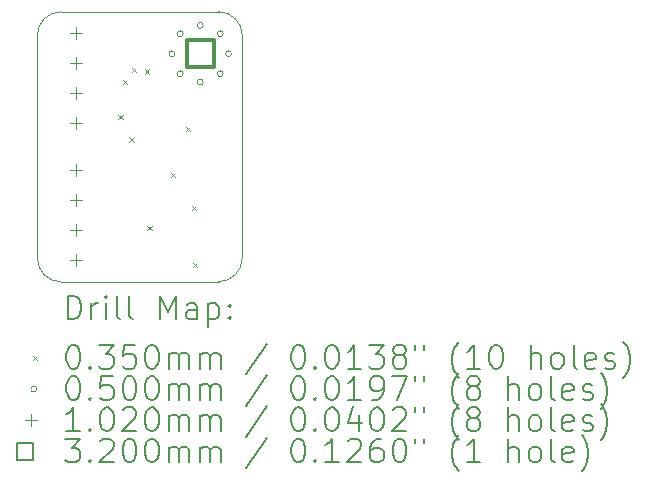
<source format=gbr>
%TF.GenerationSoftware,KiCad,Pcbnew,8.0.7-1.fc41*%
%TF.CreationDate,2025-02-15T00:45:29+02:00*%
%TF.ProjectId,fan_pwm_to_rotor_lock,66616e5f-7077-46d5-9f74-6f5f726f746f,rev?*%
%TF.SameCoordinates,Original*%
%TF.FileFunction,Drillmap*%
%TF.FilePolarity,Positive*%
%FSLAX45Y45*%
G04 Gerber Fmt 4.5, Leading zero omitted, Abs format (unit mm)*
G04 Created by KiCad (PCBNEW 8.0.7-1.fc41) date 2025-02-15 00:45:29*
%MOMM*%
%LPD*%
G01*
G04 APERTURE LIST*
%ADD10C,0.100000*%
%ADD11C,0.200000*%
%ADD12C,0.102000*%
%ADD13C,0.320000*%
G04 APERTURE END LIST*
D10*
X2827020Y-1769720D02*
G75*
G02*
X3027020Y-1569720I200000J0D01*
G01*
X3027020Y-3855720D02*
G75*
G02*
X2827020Y-3655720I0J200000D01*
G01*
X4361840Y-1569720D02*
G75*
G02*
X4561840Y-1769720I0J-200000D01*
G01*
X4561840Y-3655720D02*
G75*
G02*
X4361840Y-3855720I-200000J0D01*
G01*
X3027020Y-1569720D02*
X4361840Y-1569720D01*
X2827020Y-3655720D02*
X2827020Y-1769720D01*
X4361840Y-3855720D02*
X3027020Y-3855720D01*
X4561840Y-1769720D02*
X4561840Y-3655720D01*
D11*
D10*
X3513100Y-2441220D02*
X3548100Y-2476220D01*
X3548100Y-2441220D02*
X3513100Y-2476220D01*
X3553740Y-2144040D02*
X3588740Y-2179040D01*
X3588740Y-2144040D02*
X3553740Y-2179040D01*
X3606770Y-2634260D02*
X3641770Y-2669260D01*
X3641770Y-2634260D02*
X3606770Y-2669260D01*
X3624860Y-2047520D02*
X3659860Y-2082520D01*
X3659860Y-2047520D02*
X3624860Y-2082520D01*
X3739160Y-2057680D02*
X3774160Y-2092680D01*
X3774160Y-2057680D02*
X3739160Y-2092680D01*
X3759480Y-3383560D02*
X3794480Y-3418560D01*
X3794480Y-3383560D02*
X3759480Y-3418560D01*
X3957600Y-2933980D02*
X3992600Y-2968980D01*
X3992600Y-2933980D02*
X3957600Y-2968980D01*
X4082060Y-2545360D02*
X4117060Y-2580360D01*
X4117060Y-2545360D02*
X4082060Y-2580360D01*
X4133757Y-3213698D02*
X4168757Y-3248698D01*
X4168757Y-3213698D02*
X4133757Y-3248698D01*
X4143020Y-3698520D02*
X4178020Y-3733520D01*
X4178020Y-3698520D02*
X4143020Y-3733520D01*
X3991240Y-1925320D02*
G75*
G02*
X3941240Y-1925320I-25000J0D01*
G01*
X3941240Y-1925320D02*
G75*
G02*
X3991240Y-1925320I25000J0D01*
G01*
X4061534Y-1755614D02*
G75*
G02*
X4011534Y-1755614I-25000J0D01*
G01*
X4011534Y-1755614D02*
G75*
G02*
X4061534Y-1755614I25000J0D01*
G01*
X4061534Y-2095026D02*
G75*
G02*
X4011534Y-2095026I-25000J0D01*
G01*
X4011534Y-2095026D02*
G75*
G02*
X4061534Y-2095026I25000J0D01*
G01*
X4231240Y-1685320D02*
G75*
G02*
X4181240Y-1685320I-25000J0D01*
G01*
X4181240Y-1685320D02*
G75*
G02*
X4231240Y-1685320I25000J0D01*
G01*
X4231240Y-2165320D02*
G75*
G02*
X4181240Y-2165320I-25000J0D01*
G01*
X4181240Y-2165320D02*
G75*
G02*
X4231240Y-2165320I25000J0D01*
G01*
X4400946Y-1755614D02*
G75*
G02*
X4350946Y-1755614I-25000J0D01*
G01*
X4350946Y-1755614D02*
G75*
G02*
X4400946Y-1755614I25000J0D01*
G01*
X4400946Y-2095026D02*
G75*
G02*
X4350946Y-2095026I-25000J0D01*
G01*
X4350946Y-2095026D02*
G75*
G02*
X4400946Y-2095026I25000J0D01*
G01*
X4471240Y-1925320D02*
G75*
G02*
X4421240Y-1925320I-25000J0D01*
G01*
X4421240Y-1925320D02*
G75*
G02*
X4471240Y-1925320I25000J0D01*
G01*
D12*
X3152140Y-1701600D02*
X3152140Y-1803600D01*
X3101140Y-1752600D02*
X3203140Y-1752600D01*
X3152140Y-1955600D02*
X3152140Y-2057600D01*
X3101140Y-2006600D02*
X3203140Y-2006600D01*
X3152140Y-2209600D02*
X3152140Y-2311600D01*
X3101140Y-2260600D02*
X3203140Y-2260600D01*
X3152140Y-2463600D02*
X3152140Y-2565600D01*
X3101140Y-2514600D02*
X3203140Y-2514600D01*
X3152140Y-2859840D02*
X3152140Y-2961840D01*
X3101140Y-2910840D02*
X3203140Y-2910840D01*
X3152140Y-3113840D02*
X3152140Y-3215840D01*
X3101140Y-3164840D02*
X3203140Y-3164840D01*
X3152140Y-3367840D02*
X3152140Y-3469840D01*
X3101140Y-3418840D02*
X3203140Y-3418840D01*
X3152140Y-3621840D02*
X3152140Y-3723840D01*
X3101140Y-3672840D02*
X3203140Y-3672840D01*
D13*
X4319378Y-2038458D02*
X4319378Y-1812182D01*
X4093102Y-1812182D01*
X4093102Y-2038458D01*
X4319378Y-2038458D01*
D11*
X3082797Y-4172204D02*
X3082797Y-3972204D01*
X3082797Y-3972204D02*
X3130416Y-3972204D01*
X3130416Y-3972204D02*
X3158987Y-3981728D01*
X3158987Y-3981728D02*
X3178035Y-4000775D01*
X3178035Y-4000775D02*
X3187559Y-4019823D01*
X3187559Y-4019823D02*
X3197082Y-4057918D01*
X3197082Y-4057918D02*
X3197082Y-4086489D01*
X3197082Y-4086489D02*
X3187559Y-4124585D01*
X3187559Y-4124585D02*
X3178035Y-4143632D01*
X3178035Y-4143632D02*
X3158987Y-4162680D01*
X3158987Y-4162680D02*
X3130416Y-4172204D01*
X3130416Y-4172204D02*
X3082797Y-4172204D01*
X3282797Y-4172204D02*
X3282797Y-4038870D01*
X3282797Y-4076966D02*
X3292321Y-4057918D01*
X3292321Y-4057918D02*
X3301844Y-4048394D01*
X3301844Y-4048394D02*
X3320892Y-4038870D01*
X3320892Y-4038870D02*
X3339940Y-4038870D01*
X3406606Y-4172204D02*
X3406606Y-4038870D01*
X3406606Y-3972204D02*
X3397082Y-3981728D01*
X3397082Y-3981728D02*
X3406606Y-3991251D01*
X3406606Y-3991251D02*
X3416130Y-3981728D01*
X3416130Y-3981728D02*
X3406606Y-3972204D01*
X3406606Y-3972204D02*
X3406606Y-3991251D01*
X3530416Y-4172204D02*
X3511368Y-4162680D01*
X3511368Y-4162680D02*
X3501844Y-4143632D01*
X3501844Y-4143632D02*
X3501844Y-3972204D01*
X3635178Y-4172204D02*
X3616130Y-4162680D01*
X3616130Y-4162680D02*
X3606606Y-4143632D01*
X3606606Y-4143632D02*
X3606606Y-3972204D01*
X3863749Y-4172204D02*
X3863749Y-3972204D01*
X3863749Y-3972204D02*
X3930416Y-4115061D01*
X3930416Y-4115061D02*
X3997082Y-3972204D01*
X3997082Y-3972204D02*
X3997082Y-4172204D01*
X4178035Y-4172204D02*
X4178035Y-4067442D01*
X4178035Y-4067442D02*
X4168511Y-4048394D01*
X4168511Y-4048394D02*
X4149463Y-4038870D01*
X4149463Y-4038870D02*
X4111368Y-4038870D01*
X4111368Y-4038870D02*
X4092321Y-4048394D01*
X4178035Y-4162680D02*
X4158987Y-4172204D01*
X4158987Y-4172204D02*
X4111368Y-4172204D01*
X4111368Y-4172204D02*
X4092321Y-4162680D01*
X4092321Y-4162680D02*
X4082797Y-4143632D01*
X4082797Y-4143632D02*
X4082797Y-4124585D01*
X4082797Y-4124585D02*
X4092321Y-4105537D01*
X4092321Y-4105537D02*
X4111368Y-4096013D01*
X4111368Y-4096013D02*
X4158987Y-4096013D01*
X4158987Y-4096013D02*
X4178035Y-4086489D01*
X4273273Y-4038870D02*
X4273273Y-4238870D01*
X4273273Y-4048394D02*
X4292321Y-4038870D01*
X4292321Y-4038870D02*
X4330416Y-4038870D01*
X4330416Y-4038870D02*
X4349464Y-4048394D01*
X4349464Y-4048394D02*
X4358987Y-4057918D01*
X4358987Y-4057918D02*
X4368511Y-4076966D01*
X4368511Y-4076966D02*
X4368511Y-4134108D01*
X4368511Y-4134108D02*
X4358987Y-4153156D01*
X4358987Y-4153156D02*
X4349464Y-4162680D01*
X4349464Y-4162680D02*
X4330416Y-4172204D01*
X4330416Y-4172204D02*
X4292321Y-4172204D01*
X4292321Y-4172204D02*
X4273273Y-4162680D01*
X4454225Y-4153156D02*
X4463749Y-4162680D01*
X4463749Y-4162680D02*
X4454225Y-4172204D01*
X4454225Y-4172204D02*
X4444702Y-4162680D01*
X4444702Y-4162680D02*
X4454225Y-4153156D01*
X4454225Y-4153156D02*
X4454225Y-4172204D01*
X4454225Y-4048394D02*
X4463749Y-4057918D01*
X4463749Y-4057918D02*
X4454225Y-4067442D01*
X4454225Y-4067442D02*
X4444702Y-4057918D01*
X4444702Y-4057918D02*
X4454225Y-4048394D01*
X4454225Y-4048394D02*
X4454225Y-4067442D01*
D10*
X2787020Y-4483220D02*
X2822020Y-4518220D01*
X2822020Y-4483220D02*
X2787020Y-4518220D01*
D11*
X3120892Y-4392204D02*
X3139940Y-4392204D01*
X3139940Y-4392204D02*
X3158987Y-4401728D01*
X3158987Y-4401728D02*
X3168511Y-4411251D01*
X3168511Y-4411251D02*
X3178035Y-4430299D01*
X3178035Y-4430299D02*
X3187559Y-4468394D01*
X3187559Y-4468394D02*
X3187559Y-4516013D01*
X3187559Y-4516013D02*
X3178035Y-4554109D01*
X3178035Y-4554109D02*
X3168511Y-4573156D01*
X3168511Y-4573156D02*
X3158987Y-4582680D01*
X3158987Y-4582680D02*
X3139940Y-4592204D01*
X3139940Y-4592204D02*
X3120892Y-4592204D01*
X3120892Y-4592204D02*
X3101844Y-4582680D01*
X3101844Y-4582680D02*
X3092321Y-4573156D01*
X3092321Y-4573156D02*
X3082797Y-4554109D01*
X3082797Y-4554109D02*
X3073273Y-4516013D01*
X3073273Y-4516013D02*
X3073273Y-4468394D01*
X3073273Y-4468394D02*
X3082797Y-4430299D01*
X3082797Y-4430299D02*
X3092321Y-4411251D01*
X3092321Y-4411251D02*
X3101844Y-4401728D01*
X3101844Y-4401728D02*
X3120892Y-4392204D01*
X3273273Y-4573156D02*
X3282797Y-4582680D01*
X3282797Y-4582680D02*
X3273273Y-4592204D01*
X3273273Y-4592204D02*
X3263749Y-4582680D01*
X3263749Y-4582680D02*
X3273273Y-4573156D01*
X3273273Y-4573156D02*
X3273273Y-4592204D01*
X3349463Y-4392204D02*
X3473273Y-4392204D01*
X3473273Y-4392204D02*
X3406606Y-4468394D01*
X3406606Y-4468394D02*
X3435178Y-4468394D01*
X3435178Y-4468394D02*
X3454225Y-4477918D01*
X3454225Y-4477918D02*
X3463749Y-4487442D01*
X3463749Y-4487442D02*
X3473273Y-4506490D01*
X3473273Y-4506490D02*
X3473273Y-4554109D01*
X3473273Y-4554109D02*
X3463749Y-4573156D01*
X3463749Y-4573156D02*
X3454225Y-4582680D01*
X3454225Y-4582680D02*
X3435178Y-4592204D01*
X3435178Y-4592204D02*
X3378035Y-4592204D01*
X3378035Y-4592204D02*
X3358987Y-4582680D01*
X3358987Y-4582680D02*
X3349463Y-4573156D01*
X3654225Y-4392204D02*
X3558987Y-4392204D01*
X3558987Y-4392204D02*
X3549463Y-4487442D01*
X3549463Y-4487442D02*
X3558987Y-4477918D01*
X3558987Y-4477918D02*
X3578035Y-4468394D01*
X3578035Y-4468394D02*
X3625654Y-4468394D01*
X3625654Y-4468394D02*
X3644702Y-4477918D01*
X3644702Y-4477918D02*
X3654225Y-4487442D01*
X3654225Y-4487442D02*
X3663749Y-4506490D01*
X3663749Y-4506490D02*
X3663749Y-4554109D01*
X3663749Y-4554109D02*
X3654225Y-4573156D01*
X3654225Y-4573156D02*
X3644702Y-4582680D01*
X3644702Y-4582680D02*
X3625654Y-4592204D01*
X3625654Y-4592204D02*
X3578035Y-4592204D01*
X3578035Y-4592204D02*
X3558987Y-4582680D01*
X3558987Y-4582680D02*
X3549463Y-4573156D01*
X3787559Y-4392204D02*
X3806606Y-4392204D01*
X3806606Y-4392204D02*
X3825654Y-4401728D01*
X3825654Y-4401728D02*
X3835178Y-4411251D01*
X3835178Y-4411251D02*
X3844702Y-4430299D01*
X3844702Y-4430299D02*
X3854225Y-4468394D01*
X3854225Y-4468394D02*
X3854225Y-4516013D01*
X3854225Y-4516013D02*
X3844702Y-4554109D01*
X3844702Y-4554109D02*
X3835178Y-4573156D01*
X3835178Y-4573156D02*
X3825654Y-4582680D01*
X3825654Y-4582680D02*
X3806606Y-4592204D01*
X3806606Y-4592204D02*
X3787559Y-4592204D01*
X3787559Y-4592204D02*
X3768511Y-4582680D01*
X3768511Y-4582680D02*
X3758987Y-4573156D01*
X3758987Y-4573156D02*
X3749463Y-4554109D01*
X3749463Y-4554109D02*
X3739940Y-4516013D01*
X3739940Y-4516013D02*
X3739940Y-4468394D01*
X3739940Y-4468394D02*
X3749463Y-4430299D01*
X3749463Y-4430299D02*
X3758987Y-4411251D01*
X3758987Y-4411251D02*
X3768511Y-4401728D01*
X3768511Y-4401728D02*
X3787559Y-4392204D01*
X3939940Y-4592204D02*
X3939940Y-4458870D01*
X3939940Y-4477918D02*
X3949463Y-4468394D01*
X3949463Y-4468394D02*
X3968511Y-4458870D01*
X3968511Y-4458870D02*
X3997083Y-4458870D01*
X3997083Y-4458870D02*
X4016130Y-4468394D01*
X4016130Y-4468394D02*
X4025654Y-4487442D01*
X4025654Y-4487442D02*
X4025654Y-4592204D01*
X4025654Y-4487442D02*
X4035178Y-4468394D01*
X4035178Y-4468394D02*
X4054225Y-4458870D01*
X4054225Y-4458870D02*
X4082797Y-4458870D01*
X4082797Y-4458870D02*
X4101844Y-4468394D01*
X4101844Y-4468394D02*
X4111368Y-4487442D01*
X4111368Y-4487442D02*
X4111368Y-4592204D01*
X4206606Y-4592204D02*
X4206606Y-4458870D01*
X4206606Y-4477918D02*
X4216130Y-4468394D01*
X4216130Y-4468394D02*
X4235178Y-4458870D01*
X4235178Y-4458870D02*
X4263749Y-4458870D01*
X4263749Y-4458870D02*
X4282797Y-4468394D01*
X4282797Y-4468394D02*
X4292321Y-4487442D01*
X4292321Y-4487442D02*
X4292321Y-4592204D01*
X4292321Y-4487442D02*
X4301845Y-4468394D01*
X4301845Y-4468394D02*
X4320892Y-4458870D01*
X4320892Y-4458870D02*
X4349464Y-4458870D01*
X4349464Y-4458870D02*
X4368511Y-4468394D01*
X4368511Y-4468394D02*
X4378035Y-4487442D01*
X4378035Y-4487442D02*
X4378035Y-4592204D01*
X4768511Y-4382680D02*
X4597083Y-4639823D01*
X5025654Y-4392204D02*
X5044702Y-4392204D01*
X5044702Y-4392204D02*
X5063749Y-4401728D01*
X5063749Y-4401728D02*
X5073273Y-4411251D01*
X5073273Y-4411251D02*
X5082797Y-4430299D01*
X5082797Y-4430299D02*
X5092321Y-4468394D01*
X5092321Y-4468394D02*
X5092321Y-4516013D01*
X5092321Y-4516013D02*
X5082797Y-4554109D01*
X5082797Y-4554109D02*
X5073273Y-4573156D01*
X5073273Y-4573156D02*
X5063749Y-4582680D01*
X5063749Y-4582680D02*
X5044702Y-4592204D01*
X5044702Y-4592204D02*
X5025654Y-4592204D01*
X5025654Y-4592204D02*
X5006607Y-4582680D01*
X5006607Y-4582680D02*
X4997083Y-4573156D01*
X4997083Y-4573156D02*
X4987559Y-4554109D01*
X4987559Y-4554109D02*
X4978035Y-4516013D01*
X4978035Y-4516013D02*
X4978035Y-4468394D01*
X4978035Y-4468394D02*
X4987559Y-4430299D01*
X4987559Y-4430299D02*
X4997083Y-4411251D01*
X4997083Y-4411251D02*
X5006607Y-4401728D01*
X5006607Y-4401728D02*
X5025654Y-4392204D01*
X5178035Y-4573156D02*
X5187559Y-4582680D01*
X5187559Y-4582680D02*
X5178035Y-4592204D01*
X5178035Y-4592204D02*
X5168511Y-4582680D01*
X5168511Y-4582680D02*
X5178035Y-4573156D01*
X5178035Y-4573156D02*
X5178035Y-4592204D01*
X5311368Y-4392204D02*
X5330416Y-4392204D01*
X5330416Y-4392204D02*
X5349464Y-4401728D01*
X5349464Y-4401728D02*
X5358988Y-4411251D01*
X5358988Y-4411251D02*
X5368511Y-4430299D01*
X5368511Y-4430299D02*
X5378035Y-4468394D01*
X5378035Y-4468394D02*
X5378035Y-4516013D01*
X5378035Y-4516013D02*
X5368511Y-4554109D01*
X5368511Y-4554109D02*
X5358988Y-4573156D01*
X5358988Y-4573156D02*
X5349464Y-4582680D01*
X5349464Y-4582680D02*
X5330416Y-4592204D01*
X5330416Y-4592204D02*
X5311368Y-4592204D01*
X5311368Y-4592204D02*
X5292321Y-4582680D01*
X5292321Y-4582680D02*
X5282797Y-4573156D01*
X5282797Y-4573156D02*
X5273273Y-4554109D01*
X5273273Y-4554109D02*
X5263749Y-4516013D01*
X5263749Y-4516013D02*
X5263749Y-4468394D01*
X5263749Y-4468394D02*
X5273273Y-4430299D01*
X5273273Y-4430299D02*
X5282797Y-4411251D01*
X5282797Y-4411251D02*
X5292321Y-4401728D01*
X5292321Y-4401728D02*
X5311368Y-4392204D01*
X5568511Y-4592204D02*
X5454226Y-4592204D01*
X5511368Y-4592204D02*
X5511368Y-4392204D01*
X5511368Y-4392204D02*
X5492321Y-4420775D01*
X5492321Y-4420775D02*
X5473273Y-4439823D01*
X5473273Y-4439823D02*
X5454226Y-4449347D01*
X5635178Y-4392204D02*
X5758987Y-4392204D01*
X5758987Y-4392204D02*
X5692321Y-4468394D01*
X5692321Y-4468394D02*
X5720892Y-4468394D01*
X5720892Y-4468394D02*
X5739940Y-4477918D01*
X5739940Y-4477918D02*
X5749464Y-4487442D01*
X5749464Y-4487442D02*
X5758987Y-4506490D01*
X5758987Y-4506490D02*
X5758987Y-4554109D01*
X5758987Y-4554109D02*
X5749464Y-4573156D01*
X5749464Y-4573156D02*
X5739940Y-4582680D01*
X5739940Y-4582680D02*
X5720892Y-4592204D01*
X5720892Y-4592204D02*
X5663749Y-4592204D01*
X5663749Y-4592204D02*
X5644702Y-4582680D01*
X5644702Y-4582680D02*
X5635178Y-4573156D01*
X5873273Y-4477918D02*
X5854226Y-4468394D01*
X5854226Y-4468394D02*
X5844702Y-4458870D01*
X5844702Y-4458870D02*
X5835178Y-4439823D01*
X5835178Y-4439823D02*
X5835178Y-4430299D01*
X5835178Y-4430299D02*
X5844702Y-4411251D01*
X5844702Y-4411251D02*
X5854226Y-4401728D01*
X5854226Y-4401728D02*
X5873273Y-4392204D01*
X5873273Y-4392204D02*
X5911368Y-4392204D01*
X5911368Y-4392204D02*
X5930416Y-4401728D01*
X5930416Y-4401728D02*
X5939940Y-4411251D01*
X5939940Y-4411251D02*
X5949464Y-4430299D01*
X5949464Y-4430299D02*
X5949464Y-4439823D01*
X5949464Y-4439823D02*
X5939940Y-4458870D01*
X5939940Y-4458870D02*
X5930416Y-4468394D01*
X5930416Y-4468394D02*
X5911368Y-4477918D01*
X5911368Y-4477918D02*
X5873273Y-4477918D01*
X5873273Y-4477918D02*
X5854226Y-4487442D01*
X5854226Y-4487442D02*
X5844702Y-4496966D01*
X5844702Y-4496966D02*
X5835178Y-4516013D01*
X5835178Y-4516013D02*
X5835178Y-4554109D01*
X5835178Y-4554109D02*
X5844702Y-4573156D01*
X5844702Y-4573156D02*
X5854226Y-4582680D01*
X5854226Y-4582680D02*
X5873273Y-4592204D01*
X5873273Y-4592204D02*
X5911368Y-4592204D01*
X5911368Y-4592204D02*
X5930416Y-4582680D01*
X5930416Y-4582680D02*
X5939940Y-4573156D01*
X5939940Y-4573156D02*
X5949464Y-4554109D01*
X5949464Y-4554109D02*
X5949464Y-4516013D01*
X5949464Y-4516013D02*
X5939940Y-4496966D01*
X5939940Y-4496966D02*
X5930416Y-4487442D01*
X5930416Y-4487442D02*
X5911368Y-4477918D01*
X6025654Y-4392204D02*
X6025654Y-4430299D01*
X6101845Y-4392204D02*
X6101845Y-4430299D01*
X6397083Y-4668394D02*
X6387559Y-4658870D01*
X6387559Y-4658870D02*
X6368511Y-4630299D01*
X6368511Y-4630299D02*
X6358988Y-4611251D01*
X6358988Y-4611251D02*
X6349464Y-4582680D01*
X6349464Y-4582680D02*
X6339940Y-4535061D01*
X6339940Y-4535061D02*
X6339940Y-4496966D01*
X6339940Y-4496966D02*
X6349464Y-4449347D01*
X6349464Y-4449347D02*
X6358988Y-4420775D01*
X6358988Y-4420775D02*
X6368511Y-4401728D01*
X6368511Y-4401728D02*
X6387559Y-4373156D01*
X6387559Y-4373156D02*
X6397083Y-4363632D01*
X6578035Y-4592204D02*
X6463749Y-4592204D01*
X6520892Y-4592204D02*
X6520892Y-4392204D01*
X6520892Y-4392204D02*
X6501845Y-4420775D01*
X6501845Y-4420775D02*
X6482797Y-4439823D01*
X6482797Y-4439823D02*
X6463749Y-4449347D01*
X6701845Y-4392204D02*
X6720892Y-4392204D01*
X6720892Y-4392204D02*
X6739940Y-4401728D01*
X6739940Y-4401728D02*
X6749464Y-4411251D01*
X6749464Y-4411251D02*
X6758988Y-4430299D01*
X6758988Y-4430299D02*
X6768511Y-4468394D01*
X6768511Y-4468394D02*
X6768511Y-4516013D01*
X6768511Y-4516013D02*
X6758988Y-4554109D01*
X6758988Y-4554109D02*
X6749464Y-4573156D01*
X6749464Y-4573156D02*
X6739940Y-4582680D01*
X6739940Y-4582680D02*
X6720892Y-4592204D01*
X6720892Y-4592204D02*
X6701845Y-4592204D01*
X6701845Y-4592204D02*
X6682797Y-4582680D01*
X6682797Y-4582680D02*
X6673273Y-4573156D01*
X6673273Y-4573156D02*
X6663749Y-4554109D01*
X6663749Y-4554109D02*
X6654226Y-4516013D01*
X6654226Y-4516013D02*
X6654226Y-4468394D01*
X6654226Y-4468394D02*
X6663749Y-4430299D01*
X6663749Y-4430299D02*
X6673273Y-4411251D01*
X6673273Y-4411251D02*
X6682797Y-4401728D01*
X6682797Y-4401728D02*
X6701845Y-4392204D01*
X7006607Y-4592204D02*
X7006607Y-4392204D01*
X7092321Y-4592204D02*
X7092321Y-4487442D01*
X7092321Y-4487442D02*
X7082797Y-4468394D01*
X7082797Y-4468394D02*
X7063750Y-4458870D01*
X7063750Y-4458870D02*
X7035178Y-4458870D01*
X7035178Y-4458870D02*
X7016130Y-4468394D01*
X7016130Y-4468394D02*
X7006607Y-4477918D01*
X7216130Y-4592204D02*
X7197083Y-4582680D01*
X7197083Y-4582680D02*
X7187559Y-4573156D01*
X7187559Y-4573156D02*
X7178035Y-4554109D01*
X7178035Y-4554109D02*
X7178035Y-4496966D01*
X7178035Y-4496966D02*
X7187559Y-4477918D01*
X7187559Y-4477918D02*
X7197083Y-4468394D01*
X7197083Y-4468394D02*
X7216130Y-4458870D01*
X7216130Y-4458870D02*
X7244702Y-4458870D01*
X7244702Y-4458870D02*
X7263750Y-4468394D01*
X7263750Y-4468394D02*
X7273273Y-4477918D01*
X7273273Y-4477918D02*
X7282797Y-4496966D01*
X7282797Y-4496966D02*
X7282797Y-4554109D01*
X7282797Y-4554109D02*
X7273273Y-4573156D01*
X7273273Y-4573156D02*
X7263750Y-4582680D01*
X7263750Y-4582680D02*
X7244702Y-4592204D01*
X7244702Y-4592204D02*
X7216130Y-4592204D01*
X7397083Y-4592204D02*
X7378035Y-4582680D01*
X7378035Y-4582680D02*
X7368511Y-4563632D01*
X7368511Y-4563632D02*
X7368511Y-4392204D01*
X7549464Y-4582680D02*
X7530416Y-4592204D01*
X7530416Y-4592204D02*
X7492321Y-4592204D01*
X7492321Y-4592204D02*
X7473273Y-4582680D01*
X7473273Y-4582680D02*
X7463750Y-4563632D01*
X7463750Y-4563632D02*
X7463750Y-4487442D01*
X7463750Y-4487442D02*
X7473273Y-4468394D01*
X7473273Y-4468394D02*
X7492321Y-4458870D01*
X7492321Y-4458870D02*
X7530416Y-4458870D01*
X7530416Y-4458870D02*
X7549464Y-4468394D01*
X7549464Y-4468394D02*
X7558988Y-4487442D01*
X7558988Y-4487442D02*
X7558988Y-4506490D01*
X7558988Y-4506490D02*
X7463750Y-4525537D01*
X7635178Y-4582680D02*
X7654226Y-4592204D01*
X7654226Y-4592204D02*
X7692321Y-4592204D01*
X7692321Y-4592204D02*
X7711369Y-4582680D01*
X7711369Y-4582680D02*
X7720892Y-4563632D01*
X7720892Y-4563632D02*
X7720892Y-4554109D01*
X7720892Y-4554109D02*
X7711369Y-4535061D01*
X7711369Y-4535061D02*
X7692321Y-4525537D01*
X7692321Y-4525537D02*
X7663750Y-4525537D01*
X7663750Y-4525537D02*
X7644702Y-4516013D01*
X7644702Y-4516013D02*
X7635178Y-4496966D01*
X7635178Y-4496966D02*
X7635178Y-4487442D01*
X7635178Y-4487442D02*
X7644702Y-4468394D01*
X7644702Y-4468394D02*
X7663750Y-4458870D01*
X7663750Y-4458870D02*
X7692321Y-4458870D01*
X7692321Y-4458870D02*
X7711369Y-4468394D01*
X7787559Y-4668394D02*
X7797083Y-4658870D01*
X7797083Y-4658870D02*
X7816131Y-4630299D01*
X7816131Y-4630299D02*
X7825654Y-4611251D01*
X7825654Y-4611251D02*
X7835178Y-4582680D01*
X7835178Y-4582680D02*
X7844702Y-4535061D01*
X7844702Y-4535061D02*
X7844702Y-4496966D01*
X7844702Y-4496966D02*
X7835178Y-4449347D01*
X7835178Y-4449347D02*
X7825654Y-4420775D01*
X7825654Y-4420775D02*
X7816131Y-4401728D01*
X7816131Y-4401728D02*
X7797083Y-4373156D01*
X7797083Y-4373156D02*
X7787559Y-4363632D01*
D10*
X2822020Y-4764720D02*
G75*
G02*
X2772020Y-4764720I-25000J0D01*
G01*
X2772020Y-4764720D02*
G75*
G02*
X2822020Y-4764720I25000J0D01*
G01*
D11*
X3120892Y-4656204D02*
X3139940Y-4656204D01*
X3139940Y-4656204D02*
X3158987Y-4665728D01*
X3158987Y-4665728D02*
X3168511Y-4675251D01*
X3168511Y-4675251D02*
X3178035Y-4694299D01*
X3178035Y-4694299D02*
X3187559Y-4732394D01*
X3187559Y-4732394D02*
X3187559Y-4780013D01*
X3187559Y-4780013D02*
X3178035Y-4818109D01*
X3178035Y-4818109D02*
X3168511Y-4837156D01*
X3168511Y-4837156D02*
X3158987Y-4846680D01*
X3158987Y-4846680D02*
X3139940Y-4856204D01*
X3139940Y-4856204D02*
X3120892Y-4856204D01*
X3120892Y-4856204D02*
X3101844Y-4846680D01*
X3101844Y-4846680D02*
X3092321Y-4837156D01*
X3092321Y-4837156D02*
X3082797Y-4818109D01*
X3082797Y-4818109D02*
X3073273Y-4780013D01*
X3073273Y-4780013D02*
X3073273Y-4732394D01*
X3073273Y-4732394D02*
X3082797Y-4694299D01*
X3082797Y-4694299D02*
X3092321Y-4675251D01*
X3092321Y-4675251D02*
X3101844Y-4665728D01*
X3101844Y-4665728D02*
X3120892Y-4656204D01*
X3273273Y-4837156D02*
X3282797Y-4846680D01*
X3282797Y-4846680D02*
X3273273Y-4856204D01*
X3273273Y-4856204D02*
X3263749Y-4846680D01*
X3263749Y-4846680D02*
X3273273Y-4837156D01*
X3273273Y-4837156D02*
X3273273Y-4856204D01*
X3463749Y-4656204D02*
X3368511Y-4656204D01*
X3368511Y-4656204D02*
X3358987Y-4751442D01*
X3358987Y-4751442D02*
X3368511Y-4741918D01*
X3368511Y-4741918D02*
X3387559Y-4732394D01*
X3387559Y-4732394D02*
X3435178Y-4732394D01*
X3435178Y-4732394D02*
X3454225Y-4741918D01*
X3454225Y-4741918D02*
X3463749Y-4751442D01*
X3463749Y-4751442D02*
X3473273Y-4770490D01*
X3473273Y-4770490D02*
X3473273Y-4818109D01*
X3473273Y-4818109D02*
X3463749Y-4837156D01*
X3463749Y-4837156D02*
X3454225Y-4846680D01*
X3454225Y-4846680D02*
X3435178Y-4856204D01*
X3435178Y-4856204D02*
X3387559Y-4856204D01*
X3387559Y-4856204D02*
X3368511Y-4846680D01*
X3368511Y-4846680D02*
X3358987Y-4837156D01*
X3597082Y-4656204D02*
X3616130Y-4656204D01*
X3616130Y-4656204D02*
X3635178Y-4665728D01*
X3635178Y-4665728D02*
X3644702Y-4675251D01*
X3644702Y-4675251D02*
X3654225Y-4694299D01*
X3654225Y-4694299D02*
X3663749Y-4732394D01*
X3663749Y-4732394D02*
X3663749Y-4780013D01*
X3663749Y-4780013D02*
X3654225Y-4818109D01*
X3654225Y-4818109D02*
X3644702Y-4837156D01*
X3644702Y-4837156D02*
X3635178Y-4846680D01*
X3635178Y-4846680D02*
X3616130Y-4856204D01*
X3616130Y-4856204D02*
X3597082Y-4856204D01*
X3597082Y-4856204D02*
X3578035Y-4846680D01*
X3578035Y-4846680D02*
X3568511Y-4837156D01*
X3568511Y-4837156D02*
X3558987Y-4818109D01*
X3558987Y-4818109D02*
X3549463Y-4780013D01*
X3549463Y-4780013D02*
X3549463Y-4732394D01*
X3549463Y-4732394D02*
X3558987Y-4694299D01*
X3558987Y-4694299D02*
X3568511Y-4675251D01*
X3568511Y-4675251D02*
X3578035Y-4665728D01*
X3578035Y-4665728D02*
X3597082Y-4656204D01*
X3787559Y-4656204D02*
X3806606Y-4656204D01*
X3806606Y-4656204D02*
X3825654Y-4665728D01*
X3825654Y-4665728D02*
X3835178Y-4675251D01*
X3835178Y-4675251D02*
X3844702Y-4694299D01*
X3844702Y-4694299D02*
X3854225Y-4732394D01*
X3854225Y-4732394D02*
X3854225Y-4780013D01*
X3854225Y-4780013D02*
X3844702Y-4818109D01*
X3844702Y-4818109D02*
X3835178Y-4837156D01*
X3835178Y-4837156D02*
X3825654Y-4846680D01*
X3825654Y-4846680D02*
X3806606Y-4856204D01*
X3806606Y-4856204D02*
X3787559Y-4856204D01*
X3787559Y-4856204D02*
X3768511Y-4846680D01*
X3768511Y-4846680D02*
X3758987Y-4837156D01*
X3758987Y-4837156D02*
X3749463Y-4818109D01*
X3749463Y-4818109D02*
X3739940Y-4780013D01*
X3739940Y-4780013D02*
X3739940Y-4732394D01*
X3739940Y-4732394D02*
X3749463Y-4694299D01*
X3749463Y-4694299D02*
X3758987Y-4675251D01*
X3758987Y-4675251D02*
X3768511Y-4665728D01*
X3768511Y-4665728D02*
X3787559Y-4656204D01*
X3939940Y-4856204D02*
X3939940Y-4722870D01*
X3939940Y-4741918D02*
X3949463Y-4732394D01*
X3949463Y-4732394D02*
X3968511Y-4722870D01*
X3968511Y-4722870D02*
X3997083Y-4722870D01*
X3997083Y-4722870D02*
X4016130Y-4732394D01*
X4016130Y-4732394D02*
X4025654Y-4751442D01*
X4025654Y-4751442D02*
X4025654Y-4856204D01*
X4025654Y-4751442D02*
X4035178Y-4732394D01*
X4035178Y-4732394D02*
X4054225Y-4722870D01*
X4054225Y-4722870D02*
X4082797Y-4722870D01*
X4082797Y-4722870D02*
X4101844Y-4732394D01*
X4101844Y-4732394D02*
X4111368Y-4751442D01*
X4111368Y-4751442D02*
X4111368Y-4856204D01*
X4206606Y-4856204D02*
X4206606Y-4722870D01*
X4206606Y-4741918D02*
X4216130Y-4732394D01*
X4216130Y-4732394D02*
X4235178Y-4722870D01*
X4235178Y-4722870D02*
X4263749Y-4722870D01*
X4263749Y-4722870D02*
X4282797Y-4732394D01*
X4282797Y-4732394D02*
X4292321Y-4751442D01*
X4292321Y-4751442D02*
X4292321Y-4856204D01*
X4292321Y-4751442D02*
X4301845Y-4732394D01*
X4301845Y-4732394D02*
X4320892Y-4722870D01*
X4320892Y-4722870D02*
X4349464Y-4722870D01*
X4349464Y-4722870D02*
X4368511Y-4732394D01*
X4368511Y-4732394D02*
X4378035Y-4751442D01*
X4378035Y-4751442D02*
X4378035Y-4856204D01*
X4768511Y-4646680D02*
X4597083Y-4903823D01*
X5025654Y-4656204D02*
X5044702Y-4656204D01*
X5044702Y-4656204D02*
X5063749Y-4665728D01*
X5063749Y-4665728D02*
X5073273Y-4675251D01*
X5073273Y-4675251D02*
X5082797Y-4694299D01*
X5082797Y-4694299D02*
X5092321Y-4732394D01*
X5092321Y-4732394D02*
X5092321Y-4780013D01*
X5092321Y-4780013D02*
X5082797Y-4818109D01*
X5082797Y-4818109D02*
X5073273Y-4837156D01*
X5073273Y-4837156D02*
X5063749Y-4846680D01*
X5063749Y-4846680D02*
X5044702Y-4856204D01*
X5044702Y-4856204D02*
X5025654Y-4856204D01*
X5025654Y-4856204D02*
X5006607Y-4846680D01*
X5006607Y-4846680D02*
X4997083Y-4837156D01*
X4997083Y-4837156D02*
X4987559Y-4818109D01*
X4987559Y-4818109D02*
X4978035Y-4780013D01*
X4978035Y-4780013D02*
X4978035Y-4732394D01*
X4978035Y-4732394D02*
X4987559Y-4694299D01*
X4987559Y-4694299D02*
X4997083Y-4675251D01*
X4997083Y-4675251D02*
X5006607Y-4665728D01*
X5006607Y-4665728D02*
X5025654Y-4656204D01*
X5178035Y-4837156D02*
X5187559Y-4846680D01*
X5187559Y-4846680D02*
X5178035Y-4856204D01*
X5178035Y-4856204D02*
X5168511Y-4846680D01*
X5168511Y-4846680D02*
X5178035Y-4837156D01*
X5178035Y-4837156D02*
X5178035Y-4856204D01*
X5311368Y-4656204D02*
X5330416Y-4656204D01*
X5330416Y-4656204D02*
X5349464Y-4665728D01*
X5349464Y-4665728D02*
X5358988Y-4675251D01*
X5358988Y-4675251D02*
X5368511Y-4694299D01*
X5368511Y-4694299D02*
X5378035Y-4732394D01*
X5378035Y-4732394D02*
X5378035Y-4780013D01*
X5378035Y-4780013D02*
X5368511Y-4818109D01*
X5368511Y-4818109D02*
X5358988Y-4837156D01*
X5358988Y-4837156D02*
X5349464Y-4846680D01*
X5349464Y-4846680D02*
X5330416Y-4856204D01*
X5330416Y-4856204D02*
X5311368Y-4856204D01*
X5311368Y-4856204D02*
X5292321Y-4846680D01*
X5292321Y-4846680D02*
X5282797Y-4837156D01*
X5282797Y-4837156D02*
X5273273Y-4818109D01*
X5273273Y-4818109D02*
X5263749Y-4780013D01*
X5263749Y-4780013D02*
X5263749Y-4732394D01*
X5263749Y-4732394D02*
X5273273Y-4694299D01*
X5273273Y-4694299D02*
X5282797Y-4675251D01*
X5282797Y-4675251D02*
X5292321Y-4665728D01*
X5292321Y-4665728D02*
X5311368Y-4656204D01*
X5568511Y-4856204D02*
X5454226Y-4856204D01*
X5511368Y-4856204D02*
X5511368Y-4656204D01*
X5511368Y-4656204D02*
X5492321Y-4684775D01*
X5492321Y-4684775D02*
X5473273Y-4703823D01*
X5473273Y-4703823D02*
X5454226Y-4713347D01*
X5663749Y-4856204D02*
X5701845Y-4856204D01*
X5701845Y-4856204D02*
X5720892Y-4846680D01*
X5720892Y-4846680D02*
X5730416Y-4837156D01*
X5730416Y-4837156D02*
X5749464Y-4808585D01*
X5749464Y-4808585D02*
X5758987Y-4770490D01*
X5758987Y-4770490D02*
X5758987Y-4694299D01*
X5758987Y-4694299D02*
X5749464Y-4675251D01*
X5749464Y-4675251D02*
X5739940Y-4665728D01*
X5739940Y-4665728D02*
X5720892Y-4656204D01*
X5720892Y-4656204D02*
X5682797Y-4656204D01*
X5682797Y-4656204D02*
X5663749Y-4665728D01*
X5663749Y-4665728D02*
X5654226Y-4675251D01*
X5654226Y-4675251D02*
X5644702Y-4694299D01*
X5644702Y-4694299D02*
X5644702Y-4741918D01*
X5644702Y-4741918D02*
X5654226Y-4760966D01*
X5654226Y-4760966D02*
X5663749Y-4770490D01*
X5663749Y-4770490D02*
X5682797Y-4780013D01*
X5682797Y-4780013D02*
X5720892Y-4780013D01*
X5720892Y-4780013D02*
X5739940Y-4770490D01*
X5739940Y-4770490D02*
X5749464Y-4760966D01*
X5749464Y-4760966D02*
X5758987Y-4741918D01*
X5825654Y-4656204D02*
X5958987Y-4656204D01*
X5958987Y-4656204D02*
X5873273Y-4856204D01*
X6025654Y-4656204D02*
X6025654Y-4694299D01*
X6101845Y-4656204D02*
X6101845Y-4694299D01*
X6397083Y-4932394D02*
X6387559Y-4922870D01*
X6387559Y-4922870D02*
X6368511Y-4894299D01*
X6368511Y-4894299D02*
X6358988Y-4875251D01*
X6358988Y-4875251D02*
X6349464Y-4846680D01*
X6349464Y-4846680D02*
X6339940Y-4799061D01*
X6339940Y-4799061D02*
X6339940Y-4760966D01*
X6339940Y-4760966D02*
X6349464Y-4713347D01*
X6349464Y-4713347D02*
X6358988Y-4684775D01*
X6358988Y-4684775D02*
X6368511Y-4665728D01*
X6368511Y-4665728D02*
X6387559Y-4637156D01*
X6387559Y-4637156D02*
X6397083Y-4627632D01*
X6501845Y-4741918D02*
X6482797Y-4732394D01*
X6482797Y-4732394D02*
X6473273Y-4722870D01*
X6473273Y-4722870D02*
X6463749Y-4703823D01*
X6463749Y-4703823D02*
X6463749Y-4694299D01*
X6463749Y-4694299D02*
X6473273Y-4675251D01*
X6473273Y-4675251D02*
X6482797Y-4665728D01*
X6482797Y-4665728D02*
X6501845Y-4656204D01*
X6501845Y-4656204D02*
X6539940Y-4656204D01*
X6539940Y-4656204D02*
X6558988Y-4665728D01*
X6558988Y-4665728D02*
X6568511Y-4675251D01*
X6568511Y-4675251D02*
X6578035Y-4694299D01*
X6578035Y-4694299D02*
X6578035Y-4703823D01*
X6578035Y-4703823D02*
X6568511Y-4722870D01*
X6568511Y-4722870D02*
X6558988Y-4732394D01*
X6558988Y-4732394D02*
X6539940Y-4741918D01*
X6539940Y-4741918D02*
X6501845Y-4741918D01*
X6501845Y-4741918D02*
X6482797Y-4751442D01*
X6482797Y-4751442D02*
X6473273Y-4760966D01*
X6473273Y-4760966D02*
X6463749Y-4780013D01*
X6463749Y-4780013D02*
X6463749Y-4818109D01*
X6463749Y-4818109D02*
X6473273Y-4837156D01*
X6473273Y-4837156D02*
X6482797Y-4846680D01*
X6482797Y-4846680D02*
X6501845Y-4856204D01*
X6501845Y-4856204D02*
X6539940Y-4856204D01*
X6539940Y-4856204D02*
X6558988Y-4846680D01*
X6558988Y-4846680D02*
X6568511Y-4837156D01*
X6568511Y-4837156D02*
X6578035Y-4818109D01*
X6578035Y-4818109D02*
X6578035Y-4780013D01*
X6578035Y-4780013D02*
X6568511Y-4760966D01*
X6568511Y-4760966D02*
X6558988Y-4751442D01*
X6558988Y-4751442D02*
X6539940Y-4741918D01*
X6816130Y-4856204D02*
X6816130Y-4656204D01*
X6901845Y-4856204D02*
X6901845Y-4751442D01*
X6901845Y-4751442D02*
X6892321Y-4732394D01*
X6892321Y-4732394D02*
X6873273Y-4722870D01*
X6873273Y-4722870D02*
X6844702Y-4722870D01*
X6844702Y-4722870D02*
X6825654Y-4732394D01*
X6825654Y-4732394D02*
X6816130Y-4741918D01*
X7025654Y-4856204D02*
X7006607Y-4846680D01*
X7006607Y-4846680D02*
X6997083Y-4837156D01*
X6997083Y-4837156D02*
X6987559Y-4818109D01*
X6987559Y-4818109D02*
X6987559Y-4760966D01*
X6987559Y-4760966D02*
X6997083Y-4741918D01*
X6997083Y-4741918D02*
X7006607Y-4732394D01*
X7006607Y-4732394D02*
X7025654Y-4722870D01*
X7025654Y-4722870D02*
X7054226Y-4722870D01*
X7054226Y-4722870D02*
X7073273Y-4732394D01*
X7073273Y-4732394D02*
X7082797Y-4741918D01*
X7082797Y-4741918D02*
X7092321Y-4760966D01*
X7092321Y-4760966D02*
X7092321Y-4818109D01*
X7092321Y-4818109D02*
X7082797Y-4837156D01*
X7082797Y-4837156D02*
X7073273Y-4846680D01*
X7073273Y-4846680D02*
X7054226Y-4856204D01*
X7054226Y-4856204D02*
X7025654Y-4856204D01*
X7206607Y-4856204D02*
X7187559Y-4846680D01*
X7187559Y-4846680D02*
X7178035Y-4827632D01*
X7178035Y-4827632D02*
X7178035Y-4656204D01*
X7358988Y-4846680D02*
X7339940Y-4856204D01*
X7339940Y-4856204D02*
X7301845Y-4856204D01*
X7301845Y-4856204D02*
X7282797Y-4846680D01*
X7282797Y-4846680D02*
X7273273Y-4827632D01*
X7273273Y-4827632D02*
X7273273Y-4751442D01*
X7273273Y-4751442D02*
X7282797Y-4732394D01*
X7282797Y-4732394D02*
X7301845Y-4722870D01*
X7301845Y-4722870D02*
X7339940Y-4722870D01*
X7339940Y-4722870D02*
X7358988Y-4732394D01*
X7358988Y-4732394D02*
X7368511Y-4751442D01*
X7368511Y-4751442D02*
X7368511Y-4770490D01*
X7368511Y-4770490D02*
X7273273Y-4789537D01*
X7444702Y-4846680D02*
X7463750Y-4856204D01*
X7463750Y-4856204D02*
X7501845Y-4856204D01*
X7501845Y-4856204D02*
X7520892Y-4846680D01*
X7520892Y-4846680D02*
X7530416Y-4827632D01*
X7530416Y-4827632D02*
X7530416Y-4818109D01*
X7530416Y-4818109D02*
X7520892Y-4799061D01*
X7520892Y-4799061D02*
X7501845Y-4789537D01*
X7501845Y-4789537D02*
X7473273Y-4789537D01*
X7473273Y-4789537D02*
X7454226Y-4780013D01*
X7454226Y-4780013D02*
X7444702Y-4760966D01*
X7444702Y-4760966D02*
X7444702Y-4751442D01*
X7444702Y-4751442D02*
X7454226Y-4732394D01*
X7454226Y-4732394D02*
X7473273Y-4722870D01*
X7473273Y-4722870D02*
X7501845Y-4722870D01*
X7501845Y-4722870D02*
X7520892Y-4732394D01*
X7597083Y-4932394D02*
X7606607Y-4922870D01*
X7606607Y-4922870D02*
X7625654Y-4894299D01*
X7625654Y-4894299D02*
X7635178Y-4875251D01*
X7635178Y-4875251D02*
X7644702Y-4846680D01*
X7644702Y-4846680D02*
X7654226Y-4799061D01*
X7654226Y-4799061D02*
X7654226Y-4760966D01*
X7654226Y-4760966D02*
X7644702Y-4713347D01*
X7644702Y-4713347D02*
X7635178Y-4684775D01*
X7635178Y-4684775D02*
X7625654Y-4665728D01*
X7625654Y-4665728D02*
X7606607Y-4637156D01*
X7606607Y-4637156D02*
X7597083Y-4627632D01*
D12*
X2771020Y-4977720D02*
X2771020Y-5079720D01*
X2720020Y-5028720D02*
X2822020Y-5028720D01*
D11*
X3187559Y-5120204D02*
X3073273Y-5120204D01*
X3130416Y-5120204D02*
X3130416Y-4920204D01*
X3130416Y-4920204D02*
X3111368Y-4948775D01*
X3111368Y-4948775D02*
X3092321Y-4967823D01*
X3092321Y-4967823D02*
X3073273Y-4977347D01*
X3273273Y-5101156D02*
X3282797Y-5110680D01*
X3282797Y-5110680D02*
X3273273Y-5120204D01*
X3273273Y-5120204D02*
X3263749Y-5110680D01*
X3263749Y-5110680D02*
X3273273Y-5101156D01*
X3273273Y-5101156D02*
X3273273Y-5120204D01*
X3406606Y-4920204D02*
X3425654Y-4920204D01*
X3425654Y-4920204D02*
X3444702Y-4929728D01*
X3444702Y-4929728D02*
X3454225Y-4939251D01*
X3454225Y-4939251D02*
X3463749Y-4958299D01*
X3463749Y-4958299D02*
X3473273Y-4996394D01*
X3473273Y-4996394D02*
X3473273Y-5044013D01*
X3473273Y-5044013D02*
X3463749Y-5082109D01*
X3463749Y-5082109D02*
X3454225Y-5101156D01*
X3454225Y-5101156D02*
X3444702Y-5110680D01*
X3444702Y-5110680D02*
X3425654Y-5120204D01*
X3425654Y-5120204D02*
X3406606Y-5120204D01*
X3406606Y-5120204D02*
X3387559Y-5110680D01*
X3387559Y-5110680D02*
X3378035Y-5101156D01*
X3378035Y-5101156D02*
X3368511Y-5082109D01*
X3368511Y-5082109D02*
X3358987Y-5044013D01*
X3358987Y-5044013D02*
X3358987Y-4996394D01*
X3358987Y-4996394D02*
X3368511Y-4958299D01*
X3368511Y-4958299D02*
X3378035Y-4939251D01*
X3378035Y-4939251D02*
X3387559Y-4929728D01*
X3387559Y-4929728D02*
X3406606Y-4920204D01*
X3549463Y-4939251D02*
X3558987Y-4929728D01*
X3558987Y-4929728D02*
X3578035Y-4920204D01*
X3578035Y-4920204D02*
X3625654Y-4920204D01*
X3625654Y-4920204D02*
X3644702Y-4929728D01*
X3644702Y-4929728D02*
X3654225Y-4939251D01*
X3654225Y-4939251D02*
X3663749Y-4958299D01*
X3663749Y-4958299D02*
X3663749Y-4977347D01*
X3663749Y-4977347D02*
X3654225Y-5005918D01*
X3654225Y-5005918D02*
X3539940Y-5120204D01*
X3539940Y-5120204D02*
X3663749Y-5120204D01*
X3787559Y-4920204D02*
X3806606Y-4920204D01*
X3806606Y-4920204D02*
X3825654Y-4929728D01*
X3825654Y-4929728D02*
X3835178Y-4939251D01*
X3835178Y-4939251D02*
X3844702Y-4958299D01*
X3844702Y-4958299D02*
X3854225Y-4996394D01*
X3854225Y-4996394D02*
X3854225Y-5044013D01*
X3854225Y-5044013D02*
X3844702Y-5082109D01*
X3844702Y-5082109D02*
X3835178Y-5101156D01*
X3835178Y-5101156D02*
X3825654Y-5110680D01*
X3825654Y-5110680D02*
X3806606Y-5120204D01*
X3806606Y-5120204D02*
X3787559Y-5120204D01*
X3787559Y-5120204D02*
X3768511Y-5110680D01*
X3768511Y-5110680D02*
X3758987Y-5101156D01*
X3758987Y-5101156D02*
X3749463Y-5082109D01*
X3749463Y-5082109D02*
X3739940Y-5044013D01*
X3739940Y-5044013D02*
X3739940Y-4996394D01*
X3739940Y-4996394D02*
X3749463Y-4958299D01*
X3749463Y-4958299D02*
X3758987Y-4939251D01*
X3758987Y-4939251D02*
X3768511Y-4929728D01*
X3768511Y-4929728D02*
X3787559Y-4920204D01*
X3939940Y-5120204D02*
X3939940Y-4986870D01*
X3939940Y-5005918D02*
X3949463Y-4996394D01*
X3949463Y-4996394D02*
X3968511Y-4986870D01*
X3968511Y-4986870D02*
X3997083Y-4986870D01*
X3997083Y-4986870D02*
X4016130Y-4996394D01*
X4016130Y-4996394D02*
X4025654Y-5015442D01*
X4025654Y-5015442D02*
X4025654Y-5120204D01*
X4025654Y-5015442D02*
X4035178Y-4996394D01*
X4035178Y-4996394D02*
X4054225Y-4986870D01*
X4054225Y-4986870D02*
X4082797Y-4986870D01*
X4082797Y-4986870D02*
X4101844Y-4996394D01*
X4101844Y-4996394D02*
X4111368Y-5015442D01*
X4111368Y-5015442D02*
X4111368Y-5120204D01*
X4206606Y-5120204D02*
X4206606Y-4986870D01*
X4206606Y-5005918D02*
X4216130Y-4996394D01*
X4216130Y-4996394D02*
X4235178Y-4986870D01*
X4235178Y-4986870D02*
X4263749Y-4986870D01*
X4263749Y-4986870D02*
X4282797Y-4996394D01*
X4282797Y-4996394D02*
X4292321Y-5015442D01*
X4292321Y-5015442D02*
X4292321Y-5120204D01*
X4292321Y-5015442D02*
X4301845Y-4996394D01*
X4301845Y-4996394D02*
X4320892Y-4986870D01*
X4320892Y-4986870D02*
X4349464Y-4986870D01*
X4349464Y-4986870D02*
X4368511Y-4996394D01*
X4368511Y-4996394D02*
X4378035Y-5015442D01*
X4378035Y-5015442D02*
X4378035Y-5120204D01*
X4768511Y-4910680D02*
X4597083Y-5167823D01*
X5025654Y-4920204D02*
X5044702Y-4920204D01*
X5044702Y-4920204D02*
X5063749Y-4929728D01*
X5063749Y-4929728D02*
X5073273Y-4939251D01*
X5073273Y-4939251D02*
X5082797Y-4958299D01*
X5082797Y-4958299D02*
X5092321Y-4996394D01*
X5092321Y-4996394D02*
X5092321Y-5044013D01*
X5092321Y-5044013D02*
X5082797Y-5082109D01*
X5082797Y-5082109D02*
X5073273Y-5101156D01*
X5073273Y-5101156D02*
X5063749Y-5110680D01*
X5063749Y-5110680D02*
X5044702Y-5120204D01*
X5044702Y-5120204D02*
X5025654Y-5120204D01*
X5025654Y-5120204D02*
X5006607Y-5110680D01*
X5006607Y-5110680D02*
X4997083Y-5101156D01*
X4997083Y-5101156D02*
X4987559Y-5082109D01*
X4987559Y-5082109D02*
X4978035Y-5044013D01*
X4978035Y-5044013D02*
X4978035Y-4996394D01*
X4978035Y-4996394D02*
X4987559Y-4958299D01*
X4987559Y-4958299D02*
X4997083Y-4939251D01*
X4997083Y-4939251D02*
X5006607Y-4929728D01*
X5006607Y-4929728D02*
X5025654Y-4920204D01*
X5178035Y-5101156D02*
X5187559Y-5110680D01*
X5187559Y-5110680D02*
X5178035Y-5120204D01*
X5178035Y-5120204D02*
X5168511Y-5110680D01*
X5168511Y-5110680D02*
X5178035Y-5101156D01*
X5178035Y-5101156D02*
X5178035Y-5120204D01*
X5311368Y-4920204D02*
X5330416Y-4920204D01*
X5330416Y-4920204D02*
X5349464Y-4929728D01*
X5349464Y-4929728D02*
X5358988Y-4939251D01*
X5358988Y-4939251D02*
X5368511Y-4958299D01*
X5368511Y-4958299D02*
X5378035Y-4996394D01*
X5378035Y-4996394D02*
X5378035Y-5044013D01*
X5378035Y-5044013D02*
X5368511Y-5082109D01*
X5368511Y-5082109D02*
X5358988Y-5101156D01*
X5358988Y-5101156D02*
X5349464Y-5110680D01*
X5349464Y-5110680D02*
X5330416Y-5120204D01*
X5330416Y-5120204D02*
X5311368Y-5120204D01*
X5311368Y-5120204D02*
X5292321Y-5110680D01*
X5292321Y-5110680D02*
X5282797Y-5101156D01*
X5282797Y-5101156D02*
X5273273Y-5082109D01*
X5273273Y-5082109D02*
X5263749Y-5044013D01*
X5263749Y-5044013D02*
X5263749Y-4996394D01*
X5263749Y-4996394D02*
X5273273Y-4958299D01*
X5273273Y-4958299D02*
X5282797Y-4939251D01*
X5282797Y-4939251D02*
X5292321Y-4929728D01*
X5292321Y-4929728D02*
X5311368Y-4920204D01*
X5549464Y-4986870D02*
X5549464Y-5120204D01*
X5501845Y-4910680D02*
X5454226Y-5053537D01*
X5454226Y-5053537D02*
X5578035Y-5053537D01*
X5692321Y-4920204D02*
X5711368Y-4920204D01*
X5711368Y-4920204D02*
X5730416Y-4929728D01*
X5730416Y-4929728D02*
X5739940Y-4939251D01*
X5739940Y-4939251D02*
X5749464Y-4958299D01*
X5749464Y-4958299D02*
X5758987Y-4996394D01*
X5758987Y-4996394D02*
X5758987Y-5044013D01*
X5758987Y-5044013D02*
X5749464Y-5082109D01*
X5749464Y-5082109D02*
X5739940Y-5101156D01*
X5739940Y-5101156D02*
X5730416Y-5110680D01*
X5730416Y-5110680D02*
X5711368Y-5120204D01*
X5711368Y-5120204D02*
X5692321Y-5120204D01*
X5692321Y-5120204D02*
X5673273Y-5110680D01*
X5673273Y-5110680D02*
X5663749Y-5101156D01*
X5663749Y-5101156D02*
X5654226Y-5082109D01*
X5654226Y-5082109D02*
X5644702Y-5044013D01*
X5644702Y-5044013D02*
X5644702Y-4996394D01*
X5644702Y-4996394D02*
X5654226Y-4958299D01*
X5654226Y-4958299D02*
X5663749Y-4939251D01*
X5663749Y-4939251D02*
X5673273Y-4929728D01*
X5673273Y-4929728D02*
X5692321Y-4920204D01*
X5835178Y-4939251D02*
X5844702Y-4929728D01*
X5844702Y-4929728D02*
X5863749Y-4920204D01*
X5863749Y-4920204D02*
X5911368Y-4920204D01*
X5911368Y-4920204D02*
X5930416Y-4929728D01*
X5930416Y-4929728D02*
X5939940Y-4939251D01*
X5939940Y-4939251D02*
X5949464Y-4958299D01*
X5949464Y-4958299D02*
X5949464Y-4977347D01*
X5949464Y-4977347D02*
X5939940Y-5005918D01*
X5939940Y-5005918D02*
X5825654Y-5120204D01*
X5825654Y-5120204D02*
X5949464Y-5120204D01*
X6025654Y-4920204D02*
X6025654Y-4958299D01*
X6101845Y-4920204D02*
X6101845Y-4958299D01*
X6397083Y-5196394D02*
X6387559Y-5186870D01*
X6387559Y-5186870D02*
X6368511Y-5158299D01*
X6368511Y-5158299D02*
X6358988Y-5139251D01*
X6358988Y-5139251D02*
X6349464Y-5110680D01*
X6349464Y-5110680D02*
X6339940Y-5063061D01*
X6339940Y-5063061D02*
X6339940Y-5024966D01*
X6339940Y-5024966D02*
X6349464Y-4977347D01*
X6349464Y-4977347D02*
X6358988Y-4948775D01*
X6358988Y-4948775D02*
X6368511Y-4929728D01*
X6368511Y-4929728D02*
X6387559Y-4901156D01*
X6387559Y-4901156D02*
X6397083Y-4891632D01*
X6501845Y-5005918D02*
X6482797Y-4996394D01*
X6482797Y-4996394D02*
X6473273Y-4986870D01*
X6473273Y-4986870D02*
X6463749Y-4967823D01*
X6463749Y-4967823D02*
X6463749Y-4958299D01*
X6463749Y-4958299D02*
X6473273Y-4939251D01*
X6473273Y-4939251D02*
X6482797Y-4929728D01*
X6482797Y-4929728D02*
X6501845Y-4920204D01*
X6501845Y-4920204D02*
X6539940Y-4920204D01*
X6539940Y-4920204D02*
X6558988Y-4929728D01*
X6558988Y-4929728D02*
X6568511Y-4939251D01*
X6568511Y-4939251D02*
X6578035Y-4958299D01*
X6578035Y-4958299D02*
X6578035Y-4967823D01*
X6578035Y-4967823D02*
X6568511Y-4986870D01*
X6568511Y-4986870D02*
X6558988Y-4996394D01*
X6558988Y-4996394D02*
X6539940Y-5005918D01*
X6539940Y-5005918D02*
X6501845Y-5005918D01*
X6501845Y-5005918D02*
X6482797Y-5015442D01*
X6482797Y-5015442D02*
X6473273Y-5024966D01*
X6473273Y-5024966D02*
X6463749Y-5044013D01*
X6463749Y-5044013D02*
X6463749Y-5082109D01*
X6463749Y-5082109D02*
X6473273Y-5101156D01*
X6473273Y-5101156D02*
X6482797Y-5110680D01*
X6482797Y-5110680D02*
X6501845Y-5120204D01*
X6501845Y-5120204D02*
X6539940Y-5120204D01*
X6539940Y-5120204D02*
X6558988Y-5110680D01*
X6558988Y-5110680D02*
X6568511Y-5101156D01*
X6568511Y-5101156D02*
X6578035Y-5082109D01*
X6578035Y-5082109D02*
X6578035Y-5044013D01*
X6578035Y-5044013D02*
X6568511Y-5024966D01*
X6568511Y-5024966D02*
X6558988Y-5015442D01*
X6558988Y-5015442D02*
X6539940Y-5005918D01*
X6816130Y-5120204D02*
X6816130Y-4920204D01*
X6901845Y-5120204D02*
X6901845Y-5015442D01*
X6901845Y-5015442D02*
X6892321Y-4996394D01*
X6892321Y-4996394D02*
X6873273Y-4986870D01*
X6873273Y-4986870D02*
X6844702Y-4986870D01*
X6844702Y-4986870D02*
X6825654Y-4996394D01*
X6825654Y-4996394D02*
X6816130Y-5005918D01*
X7025654Y-5120204D02*
X7006607Y-5110680D01*
X7006607Y-5110680D02*
X6997083Y-5101156D01*
X6997083Y-5101156D02*
X6987559Y-5082109D01*
X6987559Y-5082109D02*
X6987559Y-5024966D01*
X6987559Y-5024966D02*
X6997083Y-5005918D01*
X6997083Y-5005918D02*
X7006607Y-4996394D01*
X7006607Y-4996394D02*
X7025654Y-4986870D01*
X7025654Y-4986870D02*
X7054226Y-4986870D01*
X7054226Y-4986870D02*
X7073273Y-4996394D01*
X7073273Y-4996394D02*
X7082797Y-5005918D01*
X7082797Y-5005918D02*
X7092321Y-5024966D01*
X7092321Y-5024966D02*
X7092321Y-5082109D01*
X7092321Y-5082109D02*
X7082797Y-5101156D01*
X7082797Y-5101156D02*
X7073273Y-5110680D01*
X7073273Y-5110680D02*
X7054226Y-5120204D01*
X7054226Y-5120204D02*
X7025654Y-5120204D01*
X7206607Y-5120204D02*
X7187559Y-5110680D01*
X7187559Y-5110680D02*
X7178035Y-5091632D01*
X7178035Y-5091632D02*
X7178035Y-4920204D01*
X7358988Y-5110680D02*
X7339940Y-5120204D01*
X7339940Y-5120204D02*
X7301845Y-5120204D01*
X7301845Y-5120204D02*
X7282797Y-5110680D01*
X7282797Y-5110680D02*
X7273273Y-5091632D01*
X7273273Y-5091632D02*
X7273273Y-5015442D01*
X7273273Y-5015442D02*
X7282797Y-4996394D01*
X7282797Y-4996394D02*
X7301845Y-4986870D01*
X7301845Y-4986870D02*
X7339940Y-4986870D01*
X7339940Y-4986870D02*
X7358988Y-4996394D01*
X7358988Y-4996394D02*
X7368511Y-5015442D01*
X7368511Y-5015442D02*
X7368511Y-5034490D01*
X7368511Y-5034490D02*
X7273273Y-5053537D01*
X7444702Y-5110680D02*
X7463750Y-5120204D01*
X7463750Y-5120204D02*
X7501845Y-5120204D01*
X7501845Y-5120204D02*
X7520892Y-5110680D01*
X7520892Y-5110680D02*
X7530416Y-5091632D01*
X7530416Y-5091632D02*
X7530416Y-5082109D01*
X7530416Y-5082109D02*
X7520892Y-5063061D01*
X7520892Y-5063061D02*
X7501845Y-5053537D01*
X7501845Y-5053537D02*
X7473273Y-5053537D01*
X7473273Y-5053537D02*
X7454226Y-5044013D01*
X7454226Y-5044013D02*
X7444702Y-5024966D01*
X7444702Y-5024966D02*
X7444702Y-5015442D01*
X7444702Y-5015442D02*
X7454226Y-4996394D01*
X7454226Y-4996394D02*
X7473273Y-4986870D01*
X7473273Y-4986870D02*
X7501845Y-4986870D01*
X7501845Y-4986870D02*
X7520892Y-4996394D01*
X7597083Y-5196394D02*
X7606607Y-5186870D01*
X7606607Y-5186870D02*
X7625654Y-5158299D01*
X7625654Y-5158299D02*
X7635178Y-5139251D01*
X7635178Y-5139251D02*
X7644702Y-5110680D01*
X7644702Y-5110680D02*
X7654226Y-5063061D01*
X7654226Y-5063061D02*
X7654226Y-5024966D01*
X7654226Y-5024966D02*
X7644702Y-4977347D01*
X7644702Y-4977347D02*
X7635178Y-4948775D01*
X7635178Y-4948775D02*
X7625654Y-4929728D01*
X7625654Y-4929728D02*
X7606607Y-4901156D01*
X7606607Y-4901156D02*
X7597083Y-4891632D01*
X2792731Y-5363431D02*
X2792731Y-5222009D01*
X2651309Y-5222009D01*
X2651309Y-5363431D01*
X2792731Y-5363431D01*
X3063749Y-5184204D02*
X3187559Y-5184204D01*
X3187559Y-5184204D02*
X3120892Y-5260394D01*
X3120892Y-5260394D02*
X3149463Y-5260394D01*
X3149463Y-5260394D02*
X3168511Y-5269918D01*
X3168511Y-5269918D02*
X3178035Y-5279442D01*
X3178035Y-5279442D02*
X3187559Y-5298490D01*
X3187559Y-5298490D02*
X3187559Y-5346109D01*
X3187559Y-5346109D02*
X3178035Y-5365156D01*
X3178035Y-5365156D02*
X3168511Y-5374680D01*
X3168511Y-5374680D02*
X3149463Y-5384204D01*
X3149463Y-5384204D02*
X3092321Y-5384204D01*
X3092321Y-5384204D02*
X3073273Y-5374680D01*
X3073273Y-5374680D02*
X3063749Y-5365156D01*
X3273273Y-5365156D02*
X3282797Y-5374680D01*
X3282797Y-5374680D02*
X3273273Y-5384204D01*
X3273273Y-5384204D02*
X3263749Y-5374680D01*
X3263749Y-5374680D02*
X3273273Y-5365156D01*
X3273273Y-5365156D02*
X3273273Y-5384204D01*
X3358987Y-5203251D02*
X3368511Y-5193728D01*
X3368511Y-5193728D02*
X3387559Y-5184204D01*
X3387559Y-5184204D02*
X3435178Y-5184204D01*
X3435178Y-5184204D02*
X3454225Y-5193728D01*
X3454225Y-5193728D02*
X3463749Y-5203251D01*
X3463749Y-5203251D02*
X3473273Y-5222299D01*
X3473273Y-5222299D02*
X3473273Y-5241347D01*
X3473273Y-5241347D02*
X3463749Y-5269918D01*
X3463749Y-5269918D02*
X3349463Y-5384204D01*
X3349463Y-5384204D02*
X3473273Y-5384204D01*
X3597082Y-5184204D02*
X3616130Y-5184204D01*
X3616130Y-5184204D02*
X3635178Y-5193728D01*
X3635178Y-5193728D02*
X3644702Y-5203251D01*
X3644702Y-5203251D02*
X3654225Y-5222299D01*
X3654225Y-5222299D02*
X3663749Y-5260394D01*
X3663749Y-5260394D02*
X3663749Y-5308013D01*
X3663749Y-5308013D02*
X3654225Y-5346109D01*
X3654225Y-5346109D02*
X3644702Y-5365156D01*
X3644702Y-5365156D02*
X3635178Y-5374680D01*
X3635178Y-5374680D02*
X3616130Y-5384204D01*
X3616130Y-5384204D02*
X3597082Y-5384204D01*
X3597082Y-5384204D02*
X3578035Y-5374680D01*
X3578035Y-5374680D02*
X3568511Y-5365156D01*
X3568511Y-5365156D02*
X3558987Y-5346109D01*
X3558987Y-5346109D02*
X3549463Y-5308013D01*
X3549463Y-5308013D02*
X3549463Y-5260394D01*
X3549463Y-5260394D02*
X3558987Y-5222299D01*
X3558987Y-5222299D02*
X3568511Y-5203251D01*
X3568511Y-5203251D02*
X3578035Y-5193728D01*
X3578035Y-5193728D02*
X3597082Y-5184204D01*
X3787559Y-5184204D02*
X3806606Y-5184204D01*
X3806606Y-5184204D02*
X3825654Y-5193728D01*
X3825654Y-5193728D02*
X3835178Y-5203251D01*
X3835178Y-5203251D02*
X3844702Y-5222299D01*
X3844702Y-5222299D02*
X3854225Y-5260394D01*
X3854225Y-5260394D02*
X3854225Y-5308013D01*
X3854225Y-5308013D02*
X3844702Y-5346109D01*
X3844702Y-5346109D02*
X3835178Y-5365156D01*
X3835178Y-5365156D02*
X3825654Y-5374680D01*
X3825654Y-5374680D02*
X3806606Y-5384204D01*
X3806606Y-5384204D02*
X3787559Y-5384204D01*
X3787559Y-5384204D02*
X3768511Y-5374680D01*
X3768511Y-5374680D02*
X3758987Y-5365156D01*
X3758987Y-5365156D02*
X3749463Y-5346109D01*
X3749463Y-5346109D02*
X3739940Y-5308013D01*
X3739940Y-5308013D02*
X3739940Y-5260394D01*
X3739940Y-5260394D02*
X3749463Y-5222299D01*
X3749463Y-5222299D02*
X3758987Y-5203251D01*
X3758987Y-5203251D02*
X3768511Y-5193728D01*
X3768511Y-5193728D02*
X3787559Y-5184204D01*
X3939940Y-5384204D02*
X3939940Y-5250870D01*
X3939940Y-5269918D02*
X3949463Y-5260394D01*
X3949463Y-5260394D02*
X3968511Y-5250870D01*
X3968511Y-5250870D02*
X3997083Y-5250870D01*
X3997083Y-5250870D02*
X4016130Y-5260394D01*
X4016130Y-5260394D02*
X4025654Y-5279442D01*
X4025654Y-5279442D02*
X4025654Y-5384204D01*
X4025654Y-5279442D02*
X4035178Y-5260394D01*
X4035178Y-5260394D02*
X4054225Y-5250870D01*
X4054225Y-5250870D02*
X4082797Y-5250870D01*
X4082797Y-5250870D02*
X4101844Y-5260394D01*
X4101844Y-5260394D02*
X4111368Y-5279442D01*
X4111368Y-5279442D02*
X4111368Y-5384204D01*
X4206606Y-5384204D02*
X4206606Y-5250870D01*
X4206606Y-5269918D02*
X4216130Y-5260394D01*
X4216130Y-5260394D02*
X4235178Y-5250870D01*
X4235178Y-5250870D02*
X4263749Y-5250870D01*
X4263749Y-5250870D02*
X4282797Y-5260394D01*
X4282797Y-5260394D02*
X4292321Y-5279442D01*
X4292321Y-5279442D02*
X4292321Y-5384204D01*
X4292321Y-5279442D02*
X4301845Y-5260394D01*
X4301845Y-5260394D02*
X4320892Y-5250870D01*
X4320892Y-5250870D02*
X4349464Y-5250870D01*
X4349464Y-5250870D02*
X4368511Y-5260394D01*
X4368511Y-5260394D02*
X4378035Y-5279442D01*
X4378035Y-5279442D02*
X4378035Y-5384204D01*
X4768511Y-5174680D02*
X4597083Y-5431823D01*
X5025654Y-5184204D02*
X5044702Y-5184204D01*
X5044702Y-5184204D02*
X5063749Y-5193728D01*
X5063749Y-5193728D02*
X5073273Y-5203251D01*
X5073273Y-5203251D02*
X5082797Y-5222299D01*
X5082797Y-5222299D02*
X5092321Y-5260394D01*
X5092321Y-5260394D02*
X5092321Y-5308013D01*
X5092321Y-5308013D02*
X5082797Y-5346109D01*
X5082797Y-5346109D02*
X5073273Y-5365156D01*
X5073273Y-5365156D02*
X5063749Y-5374680D01*
X5063749Y-5374680D02*
X5044702Y-5384204D01*
X5044702Y-5384204D02*
X5025654Y-5384204D01*
X5025654Y-5384204D02*
X5006607Y-5374680D01*
X5006607Y-5374680D02*
X4997083Y-5365156D01*
X4997083Y-5365156D02*
X4987559Y-5346109D01*
X4987559Y-5346109D02*
X4978035Y-5308013D01*
X4978035Y-5308013D02*
X4978035Y-5260394D01*
X4978035Y-5260394D02*
X4987559Y-5222299D01*
X4987559Y-5222299D02*
X4997083Y-5203251D01*
X4997083Y-5203251D02*
X5006607Y-5193728D01*
X5006607Y-5193728D02*
X5025654Y-5184204D01*
X5178035Y-5365156D02*
X5187559Y-5374680D01*
X5187559Y-5374680D02*
X5178035Y-5384204D01*
X5178035Y-5384204D02*
X5168511Y-5374680D01*
X5168511Y-5374680D02*
X5178035Y-5365156D01*
X5178035Y-5365156D02*
X5178035Y-5384204D01*
X5378035Y-5384204D02*
X5263749Y-5384204D01*
X5320892Y-5384204D02*
X5320892Y-5184204D01*
X5320892Y-5184204D02*
X5301845Y-5212775D01*
X5301845Y-5212775D02*
X5282797Y-5231823D01*
X5282797Y-5231823D02*
X5263749Y-5241347D01*
X5454226Y-5203251D02*
X5463749Y-5193728D01*
X5463749Y-5193728D02*
X5482797Y-5184204D01*
X5482797Y-5184204D02*
X5530416Y-5184204D01*
X5530416Y-5184204D02*
X5549464Y-5193728D01*
X5549464Y-5193728D02*
X5558988Y-5203251D01*
X5558988Y-5203251D02*
X5568511Y-5222299D01*
X5568511Y-5222299D02*
X5568511Y-5241347D01*
X5568511Y-5241347D02*
X5558988Y-5269918D01*
X5558988Y-5269918D02*
X5444702Y-5384204D01*
X5444702Y-5384204D02*
X5568511Y-5384204D01*
X5739940Y-5184204D02*
X5701845Y-5184204D01*
X5701845Y-5184204D02*
X5682797Y-5193728D01*
X5682797Y-5193728D02*
X5673273Y-5203251D01*
X5673273Y-5203251D02*
X5654226Y-5231823D01*
X5654226Y-5231823D02*
X5644702Y-5269918D01*
X5644702Y-5269918D02*
X5644702Y-5346109D01*
X5644702Y-5346109D02*
X5654226Y-5365156D01*
X5654226Y-5365156D02*
X5663749Y-5374680D01*
X5663749Y-5374680D02*
X5682797Y-5384204D01*
X5682797Y-5384204D02*
X5720892Y-5384204D01*
X5720892Y-5384204D02*
X5739940Y-5374680D01*
X5739940Y-5374680D02*
X5749464Y-5365156D01*
X5749464Y-5365156D02*
X5758987Y-5346109D01*
X5758987Y-5346109D02*
X5758987Y-5298490D01*
X5758987Y-5298490D02*
X5749464Y-5279442D01*
X5749464Y-5279442D02*
X5739940Y-5269918D01*
X5739940Y-5269918D02*
X5720892Y-5260394D01*
X5720892Y-5260394D02*
X5682797Y-5260394D01*
X5682797Y-5260394D02*
X5663749Y-5269918D01*
X5663749Y-5269918D02*
X5654226Y-5279442D01*
X5654226Y-5279442D02*
X5644702Y-5298490D01*
X5882797Y-5184204D02*
X5901845Y-5184204D01*
X5901845Y-5184204D02*
X5920892Y-5193728D01*
X5920892Y-5193728D02*
X5930416Y-5203251D01*
X5930416Y-5203251D02*
X5939940Y-5222299D01*
X5939940Y-5222299D02*
X5949464Y-5260394D01*
X5949464Y-5260394D02*
X5949464Y-5308013D01*
X5949464Y-5308013D02*
X5939940Y-5346109D01*
X5939940Y-5346109D02*
X5930416Y-5365156D01*
X5930416Y-5365156D02*
X5920892Y-5374680D01*
X5920892Y-5374680D02*
X5901845Y-5384204D01*
X5901845Y-5384204D02*
X5882797Y-5384204D01*
X5882797Y-5384204D02*
X5863749Y-5374680D01*
X5863749Y-5374680D02*
X5854226Y-5365156D01*
X5854226Y-5365156D02*
X5844702Y-5346109D01*
X5844702Y-5346109D02*
X5835178Y-5308013D01*
X5835178Y-5308013D02*
X5835178Y-5260394D01*
X5835178Y-5260394D02*
X5844702Y-5222299D01*
X5844702Y-5222299D02*
X5854226Y-5203251D01*
X5854226Y-5203251D02*
X5863749Y-5193728D01*
X5863749Y-5193728D02*
X5882797Y-5184204D01*
X6025654Y-5184204D02*
X6025654Y-5222299D01*
X6101845Y-5184204D02*
X6101845Y-5222299D01*
X6397083Y-5460394D02*
X6387559Y-5450870D01*
X6387559Y-5450870D02*
X6368511Y-5422299D01*
X6368511Y-5422299D02*
X6358988Y-5403251D01*
X6358988Y-5403251D02*
X6349464Y-5374680D01*
X6349464Y-5374680D02*
X6339940Y-5327061D01*
X6339940Y-5327061D02*
X6339940Y-5288966D01*
X6339940Y-5288966D02*
X6349464Y-5241347D01*
X6349464Y-5241347D02*
X6358988Y-5212775D01*
X6358988Y-5212775D02*
X6368511Y-5193728D01*
X6368511Y-5193728D02*
X6387559Y-5165156D01*
X6387559Y-5165156D02*
X6397083Y-5155632D01*
X6578035Y-5384204D02*
X6463749Y-5384204D01*
X6520892Y-5384204D02*
X6520892Y-5184204D01*
X6520892Y-5184204D02*
X6501845Y-5212775D01*
X6501845Y-5212775D02*
X6482797Y-5231823D01*
X6482797Y-5231823D02*
X6463749Y-5241347D01*
X6816130Y-5384204D02*
X6816130Y-5184204D01*
X6901845Y-5384204D02*
X6901845Y-5279442D01*
X6901845Y-5279442D02*
X6892321Y-5260394D01*
X6892321Y-5260394D02*
X6873273Y-5250870D01*
X6873273Y-5250870D02*
X6844702Y-5250870D01*
X6844702Y-5250870D02*
X6825654Y-5260394D01*
X6825654Y-5260394D02*
X6816130Y-5269918D01*
X7025654Y-5384204D02*
X7006607Y-5374680D01*
X7006607Y-5374680D02*
X6997083Y-5365156D01*
X6997083Y-5365156D02*
X6987559Y-5346109D01*
X6987559Y-5346109D02*
X6987559Y-5288966D01*
X6987559Y-5288966D02*
X6997083Y-5269918D01*
X6997083Y-5269918D02*
X7006607Y-5260394D01*
X7006607Y-5260394D02*
X7025654Y-5250870D01*
X7025654Y-5250870D02*
X7054226Y-5250870D01*
X7054226Y-5250870D02*
X7073273Y-5260394D01*
X7073273Y-5260394D02*
X7082797Y-5269918D01*
X7082797Y-5269918D02*
X7092321Y-5288966D01*
X7092321Y-5288966D02*
X7092321Y-5346109D01*
X7092321Y-5346109D02*
X7082797Y-5365156D01*
X7082797Y-5365156D02*
X7073273Y-5374680D01*
X7073273Y-5374680D02*
X7054226Y-5384204D01*
X7054226Y-5384204D02*
X7025654Y-5384204D01*
X7206607Y-5384204D02*
X7187559Y-5374680D01*
X7187559Y-5374680D02*
X7178035Y-5355632D01*
X7178035Y-5355632D02*
X7178035Y-5184204D01*
X7358988Y-5374680D02*
X7339940Y-5384204D01*
X7339940Y-5384204D02*
X7301845Y-5384204D01*
X7301845Y-5384204D02*
X7282797Y-5374680D01*
X7282797Y-5374680D02*
X7273273Y-5355632D01*
X7273273Y-5355632D02*
X7273273Y-5279442D01*
X7273273Y-5279442D02*
X7282797Y-5260394D01*
X7282797Y-5260394D02*
X7301845Y-5250870D01*
X7301845Y-5250870D02*
X7339940Y-5250870D01*
X7339940Y-5250870D02*
X7358988Y-5260394D01*
X7358988Y-5260394D02*
X7368511Y-5279442D01*
X7368511Y-5279442D02*
X7368511Y-5298490D01*
X7368511Y-5298490D02*
X7273273Y-5317537D01*
X7435178Y-5460394D02*
X7444702Y-5450870D01*
X7444702Y-5450870D02*
X7463750Y-5422299D01*
X7463750Y-5422299D02*
X7473273Y-5403251D01*
X7473273Y-5403251D02*
X7482797Y-5374680D01*
X7482797Y-5374680D02*
X7492321Y-5327061D01*
X7492321Y-5327061D02*
X7492321Y-5288966D01*
X7492321Y-5288966D02*
X7482797Y-5241347D01*
X7482797Y-5241347D02*
X7473273Y-5212775D01*
X7473273Y-5212775D02*
X7463750Y-5193728D01*
X7463750Y-5193728D02*
X7444702Y-5165156D01*
X7444702Y-5165156D02*
X7435178Y-5155632D01*
M02*

</source>
